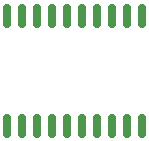
<source format=gbr>
%TF.GenerationSoftware,KiCad,Pcbnew,9.0.1*%
%TF.CreationDate,2025-05-22T16:31:06+05:30*%
%TF.ProjectId,escDesign,65736344-6573-4696-976e-2e6b69636164,rev?*%
%TF.SameCoordinates,Original*%
%TF.FileFunction,Paste,Top*%
%TF.FilePolarity,Positive*%
%FSLAX46Y46*%
G04 Gerber Fmt 4.6, Leading zero omitted, Abs format (unit mm)*
G04 Created by KiCad (PCBNEW 9.0.1) date 2025-05-22 16:31:06*
%MOMM*%
%LPD*%
G01*
G04 APERTURE LIST*
G04 Aperture macros list*
%AMRoundRect*
0 Rectangle with rounded corners*
0 $1 Rounding radius*
0 $2 $3 $4 $5 $6 $7 $8 $9 X,Y pos of 4 corners*
0 Add a 4 corners polygon primitive as box body*
4,1,4,$2,$3,$4,$5,$6,$7,$8,$9,$2,$3,0*
0 Add four circle primitives for the rounded corners*
1,1,$1+$1,$2,$3*
1,1,$1+$1,$4,$5*
1,1,$1+$1,$6,$7*
1,1,$1+$1,$8,$9*
0 Add four rect primitives between the rounded corners*
20,1,$1+$1,$2,$3,$4,$5,0*
20,1,$1+$1,$4,$5,$6,$7,0*
20,1,$1+$1,$6,$7,$8,$9,0*
20,1,$1+$1,$8,$9,$2,$3,0*%
G04 Aperture macros list end*
%ADD10RoundRect,0.150000X0.150000X-0.875000X0.150000X0.875000X-0.150000X0.875000X-0.150000X-0.875000X0*%
G04 APERTURE END LIST*
D10*
%TO.C,U2*%
X158877000Y-128221000D03*
X160147000Y-128221000D03*
X161417000Y-128221000D03*
X162687000Y-128221000D03*
X163957000Y-128221000D03*
X165227000Y-128221000D03*
X166497000Y-128221000D03*
X167767000Y-128221000D03*
X169037000Y-128221000D03*
X170307000Y-128221000D03*
X170307000Y-118921000D03*
X169037000Y-118921000D03*
X167767000Y-118921000D03*
X166497000Y-118921000D03*
X165227000Y-118921000D03*
X163957000Y-118921000D03*
X162687000Y-118921000D03*
X161417000Y-118921000D03*
X160147000Y-118921000D03*
X158877000Y-118921000D03*
%TD*%
M02*

</source>
